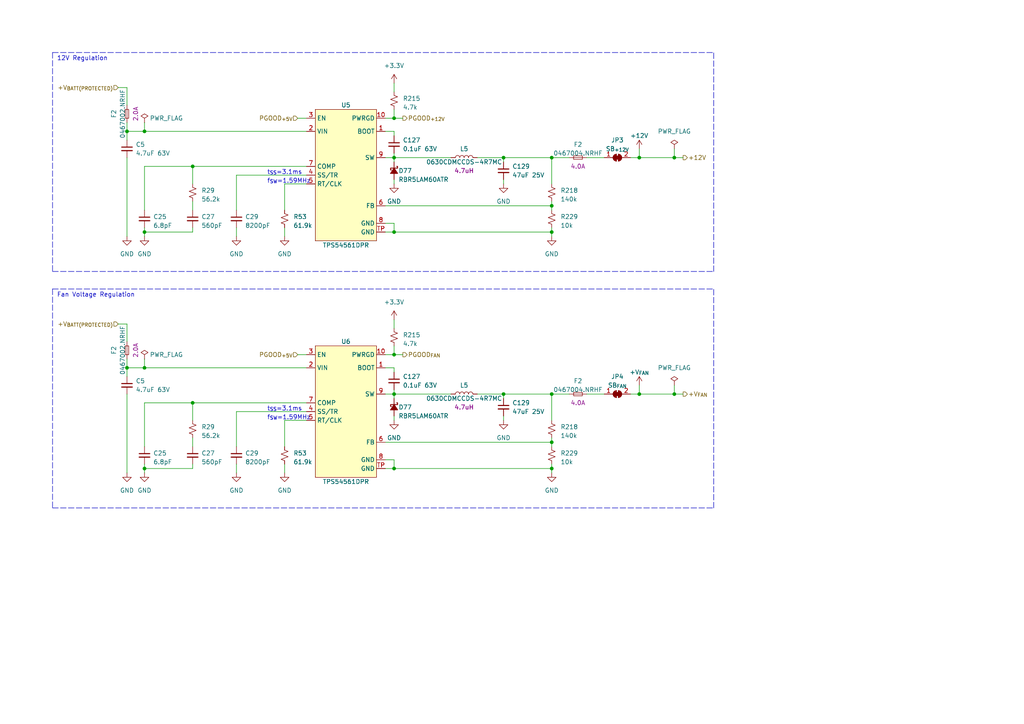
<source format=kicad_sch>
(kicad_sch (version 20230121) (generator eeschema)
  (paper "A4")
  (title_block (title "Control") (date "2023-02-21") (rev "1.0.0") (company "The A-Team (RC SSL)") (comment 1 "W. Stuckey & R. Osawa"))
  (lib_symbols
    (symbol "AT-PowerIC:TPS54561DPR"
      (property "Reference" "U" (at 0 21.59 0))
      (property "Value" "TPS54561DPR" (at 0 -21.59 0))
      (symbol "TPS54561DPR_0_1"
        (rectangle (start -8.89 19.05) (end 8.89 -19.05) (fill (type background)))
      )
      (symbol "TPS54561DPR_1_1"
        (pin output line (at 11.43 12.7 180) (length 2.54) (name "BOOT") (number "1"))
        (pin open_collector line (at 11.43 16.51 180) (length 2.54) (name "PWRGD") (number "10"))
        (pin power_in line (at -11.43 12.7 0) (length 2.54) (name "VIN") (number "2"))
        (pin input line (at -11.43 16.51 0) (length 2.54) (name "EN") (number "3"))
        (pin input line (at -11.43 0 0) (length 2.54) (name "SS/TR") (number "4"))
        (pin input line (at -11.43 -2.54 0) (length 2.54) (name "RT/CLK") (number "5"))
        (pin input line (at 11.43 -8.89 180) (length 2.54) (name "FB") (number "6"))
        (pin output line (at -11.43 2.54 0) (length 2.54) (name "COMP") (number "7"))
        (pin power_in line (at 11.43 -13.97 180) (length 2.54) (name "GND") (number "8"))
        (pin power_out line (at 11.43 5.08 180) (length 2.54) (name "SW") (number "9"))
        (pin power_in line (at 11.43 -16.51 180) (length 2.54) (name "GND") (number "TP"))
      )
    )
    (symbol "AT-Supplies:+V_{FAN}" (power) (pin_names (offset 0)) (in_bom no) (on_board no)
      (property "Value" "+V_{FAN}" (at 0 5.08 0))
      (symbol "+V_{FAN}_0_1"
        (polyline (pts (xy -0.76 1.27) (xy 0.002 2.54)))
        (polyline (pts (xy 0.002 0) (xy 0.002 2.54)))
        (polyline (pts (xy 0.002 2.54) (xy 0.764 1.27)))
      )
      (symbol "+V_{FAN}_1_1"
        (pin power_in line (at 0 0 90) (length 0) hide (name "+V_{FAN}") (number "1"))
      )
    )
    (symbol "Device:C_Small" (pin_numbers hide) (pin_names (offset 0.254) hide)
      (property "Reference" "C" (at 0.254 1.778 0))
      (property "Value" "C_Small" (at 0.254 -2.032 0))
      (symbol "C_Small_0_1"
        (polyline (pts (xy -1.524 -0.508) (xy 1.524 -0.508)) (stroke (width 0.3302)))
        (polyline (pts (xy -1.524 0.508) (xy 1.524 0.508)) (stroke (width 0.3048)))
      )
      (symbol "C_Small_1_1"
        (pin passive line (at 0 2.54 270) (length 2.032) (name "~") (number "1"))
        (pin passive line (at 0 -2.54 90) (length 2.032) (name "~") (number "2"))
      )
    )
    (symbol "Device:D_Schottky_Small_Filled" (pin_numbers hide) (pin_names (offset 0.254) hide)
      (property "Reference" "D" (at -1.27 2.032 0))
      (property "Value" "D_Schottky_Small_Filled" (at -7.112 -2.032 0))
      (symbol "D_Schottky_Small_Filled_0_1"
        (polyline (pts (xy -0.762 0) (xy 0.762 0)))
        (polyline (pts (xy 0.762 -1.016) (xy -0.762 0) (xy 0.762 1.016) (xy 0.762 -1.016)) (stroke (width 0.254)) (fill (type outline)))
        (polyline (pts (xy -1.27 0.762) (xy -1.27 1.016) (xy -0.762 1.016) (xy -0.762 -1.016) (xy -0.254 -1.016) (xy -0.254 -0.762)) (stroke (width 0.254)))
      )
      (symbol "D_Schottky_Small_Filled_1_1"
        (pin passive line (at -2.54 0 0) (length 1.778) (name "K") (number "1"))
        (pin passive line (at 2.54 0 180) (length 1.778) (name "A") (number "2"))
      )
    )
    (symbol "Device:Fuse_Small" (pin_numbers hide) (pin_names (offset 0.254) hide)
      (property "Reference" "F" (at 0 -1.524 0))
      (property "Value" "Fuse_Small" (at 0 1.524 0))
      (symbol "Fuse_Small_0_1"
        (rectangle (start -1.27 0.508) (end 1.27 -0.508))
        (polyline (pts (xy -1.27 0) (xy 1.27 0)))
      )
      (symbol "Fuse_Small_1_1"
        (pin passive line (at -2.54 0 0) (length 1.27) (name "~") (number "1"))
        (pin passive line (at 2.54 0 180) (length 1.27) (name "~") (number "2"))
      )
    )
    (symbol "Device:L" (pin_numbers hide) (pin_names (offset 1.016) hide)
      (property "Reference" "L" (at -1.27 0 90))
      (property "Value" "L" (at 1.905 0 90))
      (symbol "L_0_1"
        (arc (start 0 -2.54) (mid 0.6323 -1.905) (end 0 -1.27))
        (arc (start 0 -1.27) (mid 0.6323 -0.635) (end 0 0))
        (arc (start 0 0) (mid 0.6323 0.635) (end 0 1.27))
        (arc (start 0 1.27) (mid 0.6323 1.905) (end 0 2.54))
      )
      (symbol "L_1_1"
        (pin passive line (at 0 3.81 270) (length 1.27) (name "1") (number "1"))
        (pin passive line (at 0 -3.81 90) (length 1.27) (name "2") (number "2"))
      )
    )
    (symbol "Device:R_Small_US" (pin_numbers hide) (pin_names (offset 0.254) hide)
      (property "Reference" "R" (at 0.762 0.508 0))
      (property "Value" "R_Small_US" (at 0.762 -1.016 0))
      (symbol "R_Small_US_1_1"
        (polyline (pts (xy 0 0) (xy 1.016 -0.381) (xy 0 -0.762) (xy -1.016 -1.143) (xy 0 -1.524)))
        (polyline (pts (xy 0 1.524) (xy 1.016 1.143) (xy 0 0.762) (xy -1.016 0.381) (xy 0 0)))
        (pin passive line (at 0 2.54 270) (length 1.016) (name "~") (number "1"))
        (pin passive line (at 0 -2.54 90) (length 1.016) (name "~") (number "2"))
      )
    )
    (symbol "Jumper:SolderJumper_2_Bridged" (pin_names (offset 0) hide)
      (property "Reference" "JP" (at 0 2.032 0))
      (property "Value" "SolderJumper_2_Bridged" (at 0 -2.54 0))
      (symbol "SolderJumper_2_Bridged_0_1"
        (rectangle (start -0.508 0.508) (end 0.508 -0.508) (fill (type outline)))
        (arc (start -0.254 1.016) (mid -1.2656 0) (end -0.254 -1.016))
        (arc (start -0.254 1.016) (mid -1.2656 0) (end -0.254 -1.016) (fill (type outline)))
        (polyline (pts (xy -0.254 1.016) (xy -0.254 -1.016)))
        (polyline (pts (xy 0.254 1.016) (xy 0.254 -1.016)))
        (arc (start 0.254 -1.016) (mid 1.2656 0) (end 0.254 1.016))
        (arc (start 0.254 -1.016) (mid 1.2656 0) (end 0.254 1.016) (fill (type outline)))
      )
      (symbol "SolderJumper_2_Bridged_1_1"
        (pin passive line (at -3.81 0 0) (length 2.54) (name "A") (number "1"))
        (pin passive line (at 3.81 0 180) (length 2.54) (name "B") (number "2"))
      )
    )
    (symbol "power:+12V" (power) (pin_names (offset 0))
      (property "Value" "+12V" (at 0 3.556 0))
      (symbol "+12V_0_1"
        (polyline (pts (xy -0.762 1.27) (xy 0 2.54)))
        (polyline (pts (xy 0 0) (xy 0 2.54)))
        (polyline (pts (xy 0 2.54) (xy 0.762 1.27)))
      )
      (symbol "+12V_1_1"
        (pin power_in line (at 0 0 90) (length 0) hide (name "+12V") (number "1"))
      )
    )
    (symbol "power:+3.3V" (power) (pin_names (offset 0))
      (property "Value" "+3.3V" (at 0 3.556 0))
      (symbol "+3.3V_0_1"
        (polyline (pts (xy -0.762 1.27) (xy 0 2.54)))
        (polyline (pts (xy 0 0) (xy 0 2.54)))
        (polyline (pts (xy 0 2.54) (xy 0.762 1.27)))
      )
      (symbol "+3.3V_1_1"
        (pin power_in line (at 0 0 90) (length 0) hide (name "+3.3V") (number "1"))
      )
    )
    (symbol "power:GND" (power) (pin_names (offset 0))
      (property "Value" "GND" (at 0 -3.81 0))
      (symbol "GND_0_1"
        (polyline (pts (xy 0 0) (xy 0 -1.27) (xy 1.27 -1.27) (xy 0 -2.54) (xy -1.27 -1.27) (xy 0 -1.27)))
      )
      (symbol "GND_1_1"
        (pin power_in line (at 0 0 270) (length 0) hide (name "GND") (number "1"))
      )
    )
    (symbol "power:PWR_FLAG" (power) (pin_numbers hide) (pin_names (offset 0) hide)
      (property "Value" "PWR_FLAG" (at 0 3.81 0))
      (symbol "PWR_FLAG_0_0"
        (pin power_out line (at 0 0 90) (length 0) (name "pwr") (number "1"))
      )
      (symbol "PWR_FLAG_0_1"
        (polyline (pts (xy 0 0) (xy 0 1.27) (xy -1.016 1.905) (xy 0 2.54) (xy 1.016 1.905) (xy 0 1.27)))
      )
    )
  )
  (junction (at 195.58 114.3))
  (junction (at 114.3 102.87))
  (junction (at 55.88 116.84))
  (junction (at 160.02 67.31))
  (junction (at 185.42 114.3))
  (junction (at 160.02 135.89))
  (junction (at 160.02 45.72))
  (junction (at 36.83 38.1))
  (junction (at 114.3 34.29))
  (junction (at 41.91 106.68))
  (junction (at 114.3 67.31))
  (junction (at 185.42 45.72))
  (junction (at 160.02 128.27))
  (junction (at 36.83 106.68))
  (junction (at 41.91 38.1))
  (junction (at 55.88 48.26))
  (junction (at 41.91 135.89))
  (junction (at 146.05 114.3))
  (junction (at 114.3 135.89))
  (junction (at 160.02 59.69))
  (junction (at 195.58 45.72))
  (junction (at 146.05 45.72))
  (junction (at 114.3 114.3))
  (junction (at 160.02 114.3))
  (junction (at 114.3 45.72))
  (junction (at 41.91 67.31))
  (wire (pts (xy 68.58 119.38) (xy 68.58 129.54)))
  (wire (pts (xy 36.83 25.4) (xy 36.83 30.48)))
  (wire (pts (xy 86.36 34.29) (xy 88.9 34.29)))
  (wire (pts (xy 41.91 48.26) (xy 41.91 60.96)))
  (wire (pts (xy 55.88 48.26) (xy 55.88 53.34)))
  (wire (pts (xy 114.3 120.65) (xy 114.3 121.92)))
  (wire (pts (xy 138.43 45.72) (xy 146.05 45.72)))
  (wire (pts (xy 34.29 93.98) (xy 36.83 93.98)))
  (wire (pts (xy 41.91 135.89) (xy 41.91 137.16)))
  (wire (pts (xy 146.05 52.07) (xy 146.05 53.34)))
  (wire (pts (xy 82.55 53.34) (xy 88.9 53.34)))
  (wire (pts (xy 195.58 114.3) (xy 198.12 114.3)))
  (wire (pts (xy 160.02 128.27) (xy 160.02 129.54)))
  (wire (pts (xy 111.76 59.69) (xy 160.02 59.69)))
  (wire (pts (xy 34.29 25.4) (xy 36.83 25.4)))
  (wire (pts (xy 36.83 38.1) (xy 36.83 40.64)))
  (wire (pts (xy 170.18 45.72) (xy 175.26 45.72)))
  (wire (pts (xy 114.3 38.1) (xy 114.3 39.37)))
  (wire (pts (xy 88.9 38.1) (xy 41.91 38.1)))
  (wire (pts (xy 111.76 102.87) (xy 114.3 102.87)))
  (wire (pts (xy 41.91 134.62) (xy 41.91 135.89)))
  (wire (pts (xy 36.83 114.3) (xy 36.83 137.16)))
  (wire (pts (xy 111.76 133.35) (xy 114.3 133.35)))
  (wire (pts (xy 114.3 44.45) (xy 114.3 45.72)))
  (wire (pts (xy 41.91 48.26) (xy 55.88 48.26)))
  (polyline (pts (xy 15.24 83.82) (xy 15.24 147.32)) (stroke (width 0) (type dash)))
  (wire (pts (xy 55.88 134.62) (xy 55.88 135.89)))
  (wire (pts (xy 41.91 135.89) (xy 55.88 135.89)))
  (wire (pts (xy 182.88 114.3) (xy 185.42 114.3)))
  (wire (pts (xy 114.3 92.71) (xy 114.3 95.25)))
  (wire (pts (xy 88.9 116.84) (xy 55.88 116.84)))
  (wire (pts (xy 160.02 135.89) (xy 160.02 137.16)))
  (wire (pts (xy 68.58 66.04) (xy 68.58 68.58)))
  (wire (pts (xy 82.55 60.96) (xy 82.55 53.34)))
  (wire (pts (xy 138.43 114.3) (xy 146.05 114.3)))
  (wire (pts (xy 114.3 113.03) (xy 114.3 114.3)))
  (wire (pts (xy 160.02 66.04) (xy 160.02 67.31)))
  (wire (pts (xy 114.3 114.3) (xy 114.3 115.57)))
  (wire (pts (xy 111.76 34.29) (xy 114.3 34.29)))
  (wire (pts (xy 195.58 45.72) (xy 198.12 45.72)))
  (wire (pts (xy 160.02 58.42) (xy 160.02 59.69)))
  (wire (pts (xy 114.3 52.07) (xy 114.3 53.34)))
  (wire (pts (xy 146.05 120.65) (xy 146.05 121.92)))
  (wire (pts (xy 160.02 114.3) (xy 165.1 114.3)))
  (wire (pts (xy 111.76 38.1) (xy 114.3 38.1)))
  (wire (pts (xy 111.76 67.31) (xy 114.3 67.31)))
  (wire (pts (xy 36.83 93.98) (xy 36.83 99.06)))
  (wire (pts (xy 182.88 45.72) (xy 185.42 45.72)))
  (polyline (pts (xy 15.24 147.32) (xy 207.01 147.32)) (stroke (width 0) (type dash)))
  (wire (pts (xy 114.3 114.3) (xy 130.81 114.3)))
  (wire (pts (xy 36.83 106.68) (xy 36.83 109.22)))
  (wire (pts (xy 195.58 111.76) (xy 195.58 114.3)))
  (wire (pts (xy 111.76 45.72) (xy 114.3 45.72)))
  (wire (pts (xy 114.3 106.68) (xy 114.3 107.95)))
  (wire (pts (xy 114.3 67.31) (xy 160.02 67.31)))
  (wire (pts (xy 68.58 50.8) (xy 68.58 60.96)))
  (wire (pts (xy 146.05 45.72) (xy 160.02 45.72)))
  (wire (pts (xy 114.3 133.35) (xy 114.3 135.89)))
  (wire (pts (xy 41.91 38.1) (xy 36.83 38.1)))
  (wire (pts (xy 114.3 45.72) (xy 114.3 46.99)))
  (wire (pts (xy 146.05 114.3) (xy 160.02 114.3)))
  (wire (pts (xy 68.58 50.8) (xy 88.9 50.8)))
  (wire (pts (xy 114.3 45.72) (xy 130.81 45.72)))
  (wire (pts (xy 170.18 114.3) (xy 175.26 114.3)))
  (wire (pts (xy 55.88 127) (xy 55.88 129.54)))
  (wire (pts (xy 160.02 59.69) (xy 160.02 60.96)))
  (wire (pts (xy 185.42 43.18) (xy 185.42 45.72)))
  (wire (pts (xy 195.58 43.18) (xy 195.58 45.72)))
  (wire (pts (xy 160.02 127) (xy 160.02 128.27)))
  (wire (pts (xy 111.76 114.3) (xy 114.3 114.3)))
  (wire (pts (xy 185.42 114.3) (xy 195.58 114.3)))
  (wire (pts (xy 55.88 116.84) (xy 55.88 121.92)))
  (wire (pts (xy 82.55 66.04) (xy 82.55 68.58)))
  (wire (pts (xy 86.36 102.87) (xy 88.9 102.87)))
  (wire (pts (xy 55.88 66.04) (xy 55.88 67.31)))
  (wire (pts (xy 185.42 111.76) (xy 185.42 114.3)))
  (wire (pts (xy 111.76 135.89) (xy 114.3 135.89)))
  (wire (pts (xy 68.58 119.38) (xy 88.9 119.38)))
  (wire (pts (xy 111.76 64.77) (xy 114.3 64.77)))
  (polyline (pts (xy 15.24 83.82) (xy 207.01 83.82)) (stroke (width 0) (type dash)))
  (wire (pts (xy 41.91 104.14) (xy 41.91 106.68)))
  (wire (pts (xy 88.9 48.26) (xy 55.88 48.26)))
  (wire (pts (xy 160.02 67.31) (xy 160.02 68.58)))
  (wire (pts (xy 114.3 100.33) (xy 114.3 102.87)))
  (wire (pts (xy 41.91 35.56) (xy 41.91 38.1)))
  (wire (pts (xy 160.02 45.72) (xy 165.1 45.72)))
  (wire (pts (xy 41.91 116.84) (xy 41.91 129.54)))
  (wire (pts (xy 41.91 67.31) (xy 55.88 67.31)))
  (wire (pts (xy 114.3 135.89) (xy 160.02 135.89)))
  (wire (pts (xy 114.3 24.13) (xy 114.3 26.67)))
  (wire (pts (xy 41.91 106.68) (xy 36.83 106.68)))
  (wire (pts (xy 68.58 134.62) (xy 68.58 137.16)))
  (wire (pts (xy 41.91 67.31) (xy 41.91 68.58)))
  (polyline (pts (xy 207.01 147.32) (xy 207.01 83.82)) (stroke (width 0) (type dash)))
  (wire (pts (xy 41.91 66.04) (xy 41.91 67.31)))
  (wire (pts (xy 160.02 114.3) (xy 160.02 121.92)))
  (wire (pts (xy 146.05 45.72) (xy 146.05 46.99)))
  (wire (pts (xy 82.55 129.54) (xy 82.55 121.92)))
  (wire (pts (xy 36.83 104.14) (xy 36.83 106.68)))
  (wire (pts (xy 36.83 35.56) (xy 36.83 38.1)))
  (wire (pts (xy 114.3 102.87) (xy 116.84 102.87)))
  (wire (pts (xy 82.55 121.92) (xy 88.9 121.92)))
  (wire (pts (xy 114.3 64.77) (xy 114.3 67.31)))
  (polyline (pts (xy 15.24 15.24) (xy 15.24 78.74)) (stroke (width 0) (type dash)))
  (polyline (pts (xy 15.24 15.24) (xy 207.01 15.24)) (stroke (width 0) (type dash)))
  (polyline (pts (xy 15.24 78.74) (xy 207.01 78.74)) (stroke (width 0) (type dash)))
  (polyline (pts (xy 207.01 78.74) (xy 207.01 15.24)) (stroke (width 0) (type dash)))
  (wire (pts (xy 36.83 45.72) (xy 36.83 68.58)))
  (wire (pts (xy 55.88 58.42) (xy 55.88 60.96)))
  (wire (pts (xy 160.02 134.62) (xy 160.02 135.89)))
  (wire (pts (xy 111.76 106.68) (xy 114.3 106.68)))
  (wire (pts (xy 185.42 45.72) (xy 195.58 45.72)))
  (wire (pts (xy 114.3 34.29) (xy 116.84 34.29)))
  (wire (pts (xy 88.9 106.68) (xy 41.91 106.68)))
  (wire (pts (xy 82.55 134.62) (xy 82.55 137.16)))
  (wire (pts (xy 146.05 114.3) (xy 146.05 115.57)))
  (wire (pts (xy 111.76 128.27) (xy 160.02 128.27)))
  (wire (pts (xy 41.91 116.84) (xy 55.88 116.84)))
  (wire (pts (xy 160.02 45.72) (xy 160.02 53.34)))
  (wire (pts (xy 114.3 31.75) (xy 114.3 34.29)))
  (text "t_{SS}=3.1ms" (at 77.47 119.38 0) (effects (font (size 1.27 1.27)) (justify left bottom)))
  (text "Fan Voltage Regulation" (at 16.51 86.36 0) (effects (font (size 1.27 1.27)) (justify left bottom)))
  (text "f_{SW}=1.59MHz" (at 77.47 121.92 0) (effects (font (size 1.27 1.27)) (justify left bottom)))
  (text "12V Regulation" (at 16.51 17.78 0) (effects (font (size 1.27 1.27)) (justify left bottom)))
  (text "f_{SW}=1.59MHz" (at 77.47 53.34 0) (effects (font (size 1.27 1.27)) (justify left bottom)))
  (text "t_{SS}=3.1ms" (at 77.47 50.8 0) (effects (font (size 1.27 1.27)) (justify left bottom)))
  (hierarchical_label "PGOOD_{FAN}" (shape output) (at 116.84 102.87 0))
  (hierarchical_label "+V_{BATT(PROTECTED)}" (shape input) (at 34.29 93.98 180))
  (hierarchical_label "+12V" (shape output) (at 198.12 45.72 0))
  (hierarchical_label "PGOOD_{+5V}" (shape input) (at 86.36 102.87 180))
  (hierarchical_label "+V_{FAN}" (shape output) (at 198.12 114.3 0))
  (hierarchical_label "+V_{BATT(PROTECTED)}" (shape input) (at 34.29 25.4 180))
  (hierarchical_label "PGOOD_{+12V}" (shape output) (at 116.84 34.29 0))
  (hierarchical_label "PGOOD_{+5V}" (shape input) (at 86.36 34.29 180))
  (symbol (lib_id "power:GND") (at 36.83 68.58 0) (unit 1)
    (property "Reference" "#PWR057" (effects hide))
    (property "Value" "GND" (at 36.83 73.66 0))
    (instances (project "control" (path "" (reference "#PWR057") (unit 1)) (path "" (reference "#PWR042") (unit 1))))
  )
  (symbol (lib_id "power:GND") (at 36.83 137.16 0) (unit 1)
    (property "Reference" "#PWR057" (effects hide))
    (property "Value" "GND" (at 36.83 142.24 0))
    (instances (project "control" (path "" (reference "#PWR057") (unit 1)) (path "" (reference "#PWR043") (unit 1))))
  )
  (symbol (lib_id "power:GND") (at 160.02 137.16 0) (unit 1)
    (property "Reference" "#PWR0328" (effects hide))
    (property "Value" "GND" (at 160.02 142.24 0))
    (instances (project "control" (path "" (reference "#PWR0328") (unit 1)) (path "" (reference "#PWR057") (unit 1))))
  )
  (symbol (lib_id "Device:C_Small") (at 68.58 63.5 0) (unit 1)
    (property "Reference" "C29" (at 71.12 62.8713 0) (effects (justify left)))
    (property "Value" "8200pF" (at 71.12 65.4113 0) (effects (justify left)))
    (property "Footprint" "Capacitor_SMD:C_0402_1005Metric" (effects hide))
    (instances (project "control" (path "" (reference "C29") (unit 1)) (path "" (reference "C24") (unit 1))))
  )
  (symbol (lib_id "Device:C_Small") (at 146.05 118.11 0) (unit 1)
    (property "Reference" "C129" (at 148.59 116.8462 0) (effects (justify left)))
    (property "Value" "47uF 25V" (at 148.59 119.3862 0) (effects (justify left)))
    (property "Footprint" "Capacitor_SMD:C_1210_3225Metric" (effects hide))
    (instances (project "control" (path "" (reference "C129") (unit 1)) (path "" (reference "C29") (unit 1))))
  )
  (symbol (lib_id "power:GND") (at 68.58 137.16 0) (unit 1)
    (property "Reference" "#PWR0157" (effects hide))
    (property "Value" "GND" (at 68.58 142.24 0))
    (instances (project "control" (path "" (reference "#PWR0157") (unit 1)) (path "" (reference "#PWR047") (unit 1))))
  )
  (symbol (lib_id "power:+3.3V") (at 114.3 92.71 0) (unit 1)
    (property "Reference" "#PWR031" (effects hide))
    (property "Value" "+3.3V" (at 114.3 87.63 0))
    (instances (project "control" (path "" (reference "#PWR031") (unit 1)) (path "" (reference "#PWR0230") (unit 1)) (path "" (reference "#PWR052") (unit 1))))
  )
  (symbol (lib_id "power:GND") (at 41.91 137.16 0) (unit 1)
    (property "Reference" "#PWR0121" (effects hide))
    (property "Value" "GND" (at 41.91 142.24 0))
    (instances (project "control" (path "" (reference "#PWR0121") (unit 1)) (path "" (reference "#PWR045") (unit 1))))
  )
  (symbol (lib_id "power:PWR_FLAG") (at 41.91 35.56 0) (unit 1)
    (property "Reference" "#FLG01" (effects hide))
    (property "Value" "PWR_FLAG" (at 48.26 34.29 0))
    (instances (project "control" (path "" (reference "#FLG01") (unit 1)) (path "" (reference "#FLG04") (unit 1)) (path "" (reference "#FLG011") (unit 1)) (path "" (reference "#FLG010") (unit 1))))
  )
  (symbol (lib_id "power:+12V") (at 185.42 43.18 0) (unit 1)
    (property "Reference" "#PWR086" (effects hide))
    (property "Value" "+12V" (at 185.42 39.37 0))
    (instances (project "control" (path "" (reference "#PWR086") (unit 1)) (path "" (reference "#PWR026") (unit 1)) (path "" (reference "#PWR058") (unit 1))))
  )
  (symbol (lib_id "power:PWR_FLAG") (at 195.58 111.76 0) (unit 1)
    (property "Reference" "#FLG07" (effects hide))
    (property "Value" "PWR_FLAG" (at 195.58 106.68 0))
    (instances (project "control" (path "" (reference "#FLG07") (unit 1)) (path "" (reference "#FLG013") (unit 1))))
  )
  (symbol (lib_id "power:GND") (at 146.05 53.34 0) (unit 1)
    (property "Reference" "#PWR0325" (effects hide))
    (property "Value" "GND" (at 146.05 58.42 0))
    (instances (project "control" (path "" (reference "#PWR0325") (unit 1)) (path "" (reference "#PWR054") (unit 1))))
  )
  (symbol (lib_id "Device:R_Small_US") (at 114.3 97.79 0) (unit 1)
    (property "Reference" "R215" (at 116.84 97.155 0) (effects (justify left)))
    (property "Value" "4.7k" (at 116.84 99.695 0) (effects (justify left)))
    (property "Footprint" "Resistor_SMD:R_0402_1005Metric" (effects hide))
    (instances (project "control" (path "" (reference "R215") (unit 1)) (path "" (reference "R32") (unit 1))))
  )
  (symbol (lib_id "Device:R_Small_US") (at 160.02 132.08 0) (unit 1)
    (property "Reference" "R229" (at 162.56 131.445 0) (effects (justify left)))
    (property "Value" "10k" (at 162.56 133.985 0) (effects (justify left)))
    (property "Footprint" "Resistor_SMD:R_0402_1005Metric" (effects hide))
    (instances (project "control" (path "" (reference "R229") (unit 1)) (path "" (reference "R36") (unit 1))))
  )
  (symbol (lib_id "power:GND") (at 82.55 137.16 0) (unit 1)
    (property "Reference" "#PWR0193" (effects hide))
    (property "Value" "GND" (at 82.55 142.24 0))
    (instances (project "control" (path "" (reference "#PWR0193") (unit 1)) (path "" (reference "#PWR049") (unit 1))))
  )
  (symbol (lib_id "Device:Fuse_Small") (at 36.83 101.6 90) (unit 1)
    (property "Reference" "F2" (at 33.02 101.6 0))
    (property "Value" "0467002.NRHF" (at 35.56 101.6 0))
    (property "Footprint" "Fuse:Fuse_0603_1608Metric" (effects hide))
    (property "Value2" "2.0A" (at 39.37 101.6 0))
    (instances (project "kicker" (path "" (reference "F2") (unit 1))) (project "control" (path "" (reference "F8") (unit 1)) (path "" (reference "F7") (unit 1))))
  )
  (symbol (lib_id "power:PWR_FLAG") (at 195.58 43.18 0) (unit 1)
    (property "Reference" "#FLG07" (effects hide))
    (property "Value" "PWR_FLAG" (at 195.58 38.1 0))
    (instances (project "control" (path "" (reference "#FLG07") (unit 1)) (path "" (reference "#FLG012") (unit 1))))
  )
  (symbol (lib_id "power:GND") (at 41.91 68.58 0) (unit 1)
    (property "Reference" "#PWR0121" (effects hide))
    (property "Value" "GND" (at 41.91 73.66 0))
    (instances (project "control" (path "" (reference "#PWR0121") (unit 1)) (path "" (reference "#PWR044") (unit 1))))
  )
  (symbol (lib_id "power:PWR_FLAG") (at 41.91 104.14 0) (unit 1)
    (property "Reference" "#FLG01" (effects hide))
    (property "Value" "PWR_FLAG" (at 48.26 102.87 0))
    (instances (project "control" (path "" (reference "#FLG01") (unit 1)) (path "" (reference "#FLG04") (unit 1)) (path "" (reference "#FLG011") (unit 1)) (path "" (reference "#FLG011") (unit 1))))
  )
  (symbol (lib_id "Device:R_Small_US") (at 160.02 124.46 0) (unit 1)
    (property "Reference" "R218" (at 162.56 123.825 0) (effects (justify left)))
    (property "Value" "140k" (at 162.56 126.365 0) (effects (justify left)))
    (property "Footprint" "Resistor_SMD:R_0402_1005Metric" (effects hide))
    (instances (project "control" (path "" (reference "R218") (unit 1)) (path "" (reference "R35") (unit 1))))
  )
  (symbol (lib_id "Device:C_Small") (at 146.05 49.53 0) (unit 1)
    (property "Reference" "C129" (at 148.59 48.2662 0) (effects (justify left)))
    (property "Value" "47uF 25V" (at 148.59 50.8062 0) (effects (justify left)))
    (property "Footprint" "Capacitor_SMD:C_1210_3225Metric" (effects hide))
    (instances (project "control" (path "" (reference "C129") (unit 1)) (path "" (reference "C28") (unit 1))))
  )
  (symbol (lib_id "power:GND") (at 68.58 68.58 0) (unit 1)
    (property "Reference" "#PWR0157" (effects hide))
    (property "Value" "GND" (at 68.58 73.66 0))
    (instances (project "control" (path "" (reference "#PWR0157") (unit 1)) (path "" (reference "#PWR046") (unit 1))))
  )
  (symbol (lib_id "power:+3.3V") (at 114.3 24.13 0) (unit 1)
    (property "Reference" "#PWR031" (effects hide))
    (property "Value" "+3.3V" (at 114.3 19.05 0))
    (instances (project "control" (path "" (reference "#PWR031") (unit 1)) (path "" (reference "#PWR0230") (unit 1)) (path "" (reference "#PWR050") (unit 1))))
  )
  (symbol (lib_id "Device:Fuse_Small") (at 167.64 45.72 0) (unit 1)
    (property "Reference" "F2" (at 167.64 41.91 0))
    (property "Value" "0467004.NRHF\n" (at 167.64 44.45 0))
    (property "Footprint" "Fuse:Fuse_0603_1608Metric" (effects hide))
    (property "Value2" "4.0A" (at 167.64 48.26 0))
    (instances (project "kicker" (path "" (reference "F2") (unit 1))) (project "control" (path "" (reference "F10") (unit 1)) (path "" (reference "F8") (unit 1))))
  )
  (symbol (lib_id "Device:C_Small") (at 36.83 43.18 0) (unit 1)
    (property "Reference" "C5" (at 39.37 41.9162 0) (effects (justify left)))
    (property "Value" "4.7uF 63V" (at 39.37 44.4562 0) (effects (justify left)))
    (property "Footprint" "Capacitor_SMD:C_1210_3225Metric" (effects hide))
    (instances (project "control" (path "" (reference "C5") (unit 1)) (path "" (reference "C18") (unit 1))))
  )
  (symbol (lib_id "Device:C_Small") (at 114.3 41.91 0) (unit 1)
    (property "Reference" "C127" (at 116.84 40.6462 0) (effects (justify left)))
    (property "Value" "0.1uF 63V" (at 116.84 43.1862 0) (effects (justify left)))
    (property "Footprint" "Capacitor_SMD:C_0402_1005Metric" (effects hide))
    (instances (project "control" (path "" (reference "C127") (unit 1)) (path "" (reference "C26") (unit 1))))
  )
  (symbol (lib_id "power:GND") (at 114.3 121.92 0) (unit 1)
    (property "Reference" "#PWR0265" (effects hide))
    (property "Value" "GND" (at 114.3 127 0))
    (instances (project "control" (path "" (reference "#PWR0265") (unit 1)) (path "" (reference "#PWR053") (unit 1))))
  )
  (symbol (lib_id "Device:C_Small") (at 114.3 110.49 0) (unit 1)
    (property "Reference" "C127" (at 116.84 109.2262 0) (effects (justify left)))
    (property "Value" "0.1uF 63V" (at 116.84 111.7662 0) (effects (justify left)))
    (property "Footprint" "Capacitor_SMD:C_0402_1005Metric" (effects hide))
    (instances (project "control" (path "" (reference "C127") (unit 1)) (path "" (reference "C27") (unit 1))))
  )
  (symbol (lib_id "Device:C_Small") (at 55.88 132.08 0) (unit 1)
    (property "Reference" "C27" (at 58.42 131.4513 0) (effects (justify left)))
    (property "Value" "560pF" (at 58.42 133.9913 0) (effects (justify left)))
    (property "Footprint" "Capacitor_SMD:C_0402_1005Metric" (effects hide))
    (instances (project "control" (path "" (reference "C27") (unit 1)) (path "" (reference "C23") (unit 1))))
  )
  (symbol (lib_id "AT-PowerIC:TPS54561DPR") (at 100.33 119.38 0) (unit 1)
    (property "Reference" "U6" (at 100.33 99.06 0))
    (property "Value" "TPS54561DPR" (at 100.33 139.7 0))
    (property "Footprint" "AT-IC:DPR" (effects hide))
    (property "Datasheet" "https://www.ti.com/lit/ds/symlink/tps54561.pdf" (effects hide))
  )
  (symbol (lib_id "Device:C_Small") (at 36.83 111.76 0) (unit 1)
    (property "Reference" "C5" (at 39.37 110.4962 0) (effects (justify left)))
    (property "Value" "4.7uF 63V" (at 39.37 113.0362 0) (effects (justify left)))
    (property "Footprint" "Capacitor_SMD:C_1210_3225Metric" (effects hide))
    (instances (project "control" (path "" (reference "C5") (unit 1)) (path "" (reference "C19") (unit 1))))
  )
  (symbol (lib_id "Device:R_Small_US") (at 55.88 124.46 0) (unit 1)
    (property "Reference" "R29" (at 58.42 123.825 0) (effects (justify left)))
    (property "Value" "56.2k" (at 58.42 126.365 0) (effects (justify left)))
    (property "Footprint" "Resistor_SMD:R_0402_1005Metric" (effects hide))
    (instances (project "control" (path "" (reference "R29") (unit 1)) (path "" (reference "R28") (unit 1))))
  )
  (symbol (lib_id "Device:Fuse_Small") (at 36.83 33.02 90) (unit 1)
    (property "Reference" "F2" (at 33.02 33.02 0))
    (property "Value" "0467002.NRHF" (at 35.56 33.02 0))
    (property "Footprint" "Fuse:Fuse_0603_1608Metric" (effects hide))
    (property "Value2" "2.0A" (at 39.37 33.02 0))
    (instances (project "kicker" (path "" (reference "F2") (unit 1))) (project "control" (path "" (reference "F8") (unit 1)) (path "" (reference "F6") (unit 1))))
  )
  (symbol (lib_id "AT-Supplies:+V_{FAN}") (at 185.42 111.76 0) (unit 1) (in_bom no) (on_board no)
    (property "Reference" "#PWR059" (effects hide))
    (property "Value" "+V_{FAN}" (at 185.422 107.95 0))
  )
  (symbol (lib_id "AT-PowerIC:TPS54561DPR") (at 100.33 50.8 0) (unit 1)
    (property "Reference" "U5" (at 100.33 30.48 0))
    (property "Value" "TPS54561DPR" (at 100.33 71.12 0))
    (property "Footprint" "AT-IC:DPR" (effects hide))
    (property "Datasheet" "https://www.ti.com/lit/ds/symlink/tps54561.pdf" (effects hide))
  )
  (symbol (lib_id "Jumper:SolderJumper_2_Bridged") (at 179.07 45.72 0) (unit 1) (in_bom no)
    (property "Reference" "JP3" (at 179.07 40.64 0))
    (property "Value" "SB_{+12V}" (at 179.07 43.18 0))
    (property "Footprint" "AT-BoardFeatures:SolderJumper-2_2.0x1.2mm_Closed" (effects hide))
  )
  (symbol (lib_id "Jumper:SolderJumper_2_Bridged") (at 179.07 114.3 0) (unit 1) (in_bom no)
    (property "Reference" "JP4" (at 179.07 109.22 0))
    (property "Value" "SB_{FAN}" (at 179.07 111.76 0))
    (property "Footprint" "AT-BoardFeatures:SolderJumper-2_2.0x1.2mm_Closed" (effects hide))
  )
  (symbol (lib_id "Device:L") (at 134.62 45.72 90) (unit 1)
    (property "Reference" "L5" (at 134.62 43.18 90))
    (property "Value" "0630CDMCCDS-4R7MC" (at 134.62 46.99 90))
    (property "Footprint" "AT-Inductors:0630CDMCCDS" (effects hide))
    (property "Value2" "4.7uH" (at 134.62 49.53 90))
    (instances (project "control" (path "" (reference "L5") (unit 1)) (path "" (reference "L3") (unit 1))))
  )
  (symbol (lib_id "Device:D_Schottky_Small_Filled") (at 114.3 49.53 270) (unit 1)
    (property "Reference" "D77" (at 115.57 49.53 90) (effects (justify left)))
    (property "Value" "RBR5LAM60ATR" (at 115.57 52.07 90) (effects (justify left)))
    (property "Footprint" "Diode_SMD:D_SOD-128" (effects hide))
    (instances (project "control" (path "" (reference "D77") (unit 1)) (path "" (reference "D5") (unit 1))))
  )
  (symbol (lib_id "Device:C_Small") (at 55.88 63.5 0) (unit 1)
    (property "Reference" "C27" (at 58.42 62.8713 0) (effects (justify left)))
    (property "Value" "560pF" (at 58.42 65.4113 0) (effects (justify left)))
    (property "Footprint" "Capacitor_SMD:C_0402_1005Metric" (effects hide))
    (instances (project "control" (path "" (reference "C27") (unit 1)) (path "" (reference "C22") (unit 1))))
  )
  (symbol (lib_id "Device:R_Small_US") (at 82.55 132.08 0) (unit 1)
    (property "Reference" "R53" (at 85.09 131.445 0) (effects (justify left)))
    (property "Value" "61.9k" (at 85.09 133.985 0) (effects (justify left)))
    (property "Footprint" "Resistor_SMD:R_0402_1005Metric" (effects hide))
    (instances (project "control" (path "" (reference "R53") (unit 1)) (path "" (reference "R30") (unit 1))))
  )
  (symbol (lib_id "Device:R_Small_US") (at 82.55 63.5 0) (unit 1)
    (property "Reference" "R53" (at 85.09 62.865 0) (effects (justify left)))
    (property "Value" "61.9k" (at 85.09 65.405 0) (effects (justify left)))
    (property "Footprint" "Resistor_SMD:R_0402_1005Metric" (effects hide))
    (instances (project "control" (path "" (reference "R53") (unit 1)) (path "" (reference "R29") (unit 1))))
  )
  (symbol (lib_id "power:GND") (at 160.02 68.58 0) (unit 1)
    (property "Reference" "#PWR0328" (effects hide))
    (property "Value" "GND" (at 160.02 73.66 0))
    (instances (project "control" (path "" (reference "#PWR0328") (unit 1)) (path "" (reference "#PWR056") (unit 1))))
  )
  (symbol (lib_id "Device:R_Small_US") (at 55.88 55.88 0) (unit 1)
    (property "Reference" "R29" (at 58.42 55.245 0) (effects (justify left)))
    (property "Value" "56.2k" (at 58.42 57.785 0) (effects (justify left)))
    (property "Footprint" "Resistor_SMD:R_0402_1005Metric" (effects hide))
    (instances (project "control" (path "" (reference "R29") (unit 1)) (path "" (reference "R27") (unit 1))))
  )
  (symbol (lib_id "Device:R_Small_US") (at 160.02 55.88 0) (unit 1)
    (property "Reference" "R218" (at 162.56 55.245 0) (effects (justify left)))
    (property "Value" "140k" (at 162.56 57.785 0) (effects (justify left)))
    (property "Footprint" "Resistor_SMD:R_0402_1005Metric" (effects hide))
    (instances (project "control" (path "" (reference "R218") (unit 1)) (path "" (reference "R33") (unit 1))))
  )
  (symbol (lib_id "Device:C_Small") (at 41.91 132.08 0) (unit 1)
    (property "Reference" "C25" (at 44.45 131.4513 0) (effects (justify left)))
    (property "Value" "6.8pF" (at 44.45 133.9913 0) (effects (justify left)))
    (property "Footprint" "Capacitor_SMD:C_0402_1005Metric" (effects hide))
    (instances (project "control" (path "" (reference "C25") (unit 1)) (path "" (reference "C21") (unit 1))))
  )
  (symbol (lib_id "Device:Fuse_Small") (at 167.64 114.3 0) (unit 1)
    (property "Reference" "F2" (at 167.64 110.49 0))
    (property "Value" "0467004.NRHF\n" (at 167.64 113.03 0))
    (property "Footprint" "Fuse:Fuse_0603_1608Metric" (effects hide))
    (property "Value2" "4.0A" (at 167.64 116.84 0))
    (instances (project "kicker" (path "" (reference "F2") (unit 1))) (project "control" (path "" (reference "F10") (unit 1)) (path "" (reference "F9") (unit 1))))
  )
  (symbol (lib_id "Device:R_Small_US") (at 160.02 63.5 0) (unit 1)
    (property "Reference" "R229" (at 162.56 62.865 0) (effects (justify left)))
    (property "Value" "10k" (at 162.56 65.405 0) (effects (justify left)))
    (property "Footprint" "Resistor_SMD:R_0402_1005Metric" (effects hide))
    (instances (project "control" (path "" (reference "R229") (unit 1)) (path "" (reference "R34") (unit 1))))
  )
  (symbol (lib_id "Device:C_Small") (at 41.91 63.5 0) (unit 1)
    (property "Reference" "C25" (at 44.45 62.8713 0) (effects (justify left)))
    (property "Value" "6.8pF" (at 44.45 65.4113 0) (effects (justify left)))
    (property "Footprint" "Capacitor_SMD:C_0402_1005Metric" (effects hide))
    (instances (project "control" (path "" (reference "C25") (unit 1)) (path "" (reference "C20") (unit 1))))
  )
  (symbol (lib_id "power:GND") (at 114.3 53.34 0) (unit 1)
    (property "Reference" "#PWR0265" (effects hide))
    (property "Value" "GND" (at 114.3 58.42 0))
    (instances (project "control" (path "" (reference "#PWR0265") (unit 1)) (path "" (reference "#PWR051") (unit 1))))
  )
  (symbol (lib_id "Device:R_Small_US") (at 114.3 29.21 0) (unit 1)
    (property "Reference" "R215" (at 116.84 28.575 0) (effects (justify left)))
    (property "Value" "4.7k" (at 116.84 31.115 0) (effects (justify left)))
    (property "Footprint" "Resistor_SMD:R_0402_1005Metric" (effects hide))
    (instances (project "control" (path "" (reference "R215") (unit 1)) (path "" (reference "R31") (unit 1))))
  )
  (symbol (lib_id "power:GND") (at 82.55 68.58 0) (unit 1)
    (property "Reference" "#PWR0193" (effects hide))
    (property "Value" "GND" (at 82.55 73.66 0))
    (instances (project "control" (path "" (reference "#PWR0193") (unit 1)) (path "" (reference "#PWR048") (unit 1))))
  )
  (symbol (lib_id "Device:L") (at 134.62 114.3 90) (unit 1)
    (property "Reference" "L5" (at 134.62 111.76 90))
    (property "Value" "0630CDMCCDS-4R7MC" (at 134.62 115.57 90))
    (property "Footprint" "AT-Inductors:0630CDMCCDS" (effects hide))
    (property "Value2" "4.7uH" (at 134.62 118.11 90))
    (instances (project "control" (path "" (reference "L5") (unit 1)) (path "" (reference "L4") (unit 1))))
  )
  (symbol (lib_id "Device:D_Schottky_Small_Filled") (at 114.3 118.11 270) (unit 1)
    (property "Reference" "D77" (at 115.57 118.11 90) (effects (justify left)))
    (property "Value" "RBR5LAM60ATR" (at 115.57 120.65 90) (effects (justify left)))
    (property "Footprint" "Diode_SMD:D_SOD-128" (effects hide))
    (instances (project "control" (path "" (reference "D77") (unit 1)) (path "" (reference "D6") (unit 1))))
  )
  (symbol (lib_id "Device:C_Small") (at 68.58 132.08 0) (unit 1)
    (property "Reference" "C29" (at 71.12 131.4513 0) (effects (justify left)))
    (property "Value" "8200pF" (at 71.12 133.9913 0) (effects (justify left)))
    (property "Footprint" "Capacitor_SMD:C_0402_1005Metric" (effects hide))
    (instances (project "control" (path "" (reference "C29") (unit 1)) (path "" (reference "C25") (unit 1))))
  )
  (symbol (lib_id "power:GND") (at 146.05 121.92 0) (unit 1)
    (property "Reference" "#PWR0325" (effects hide))
    (property "Value" "GND" (at 146.05 127 0))
    (instances (project "control" (path "" (reference "#PWR0325") (unit 1)) (path "" (reference "#PWR055") (unit 1))))
  )
)
</source>
